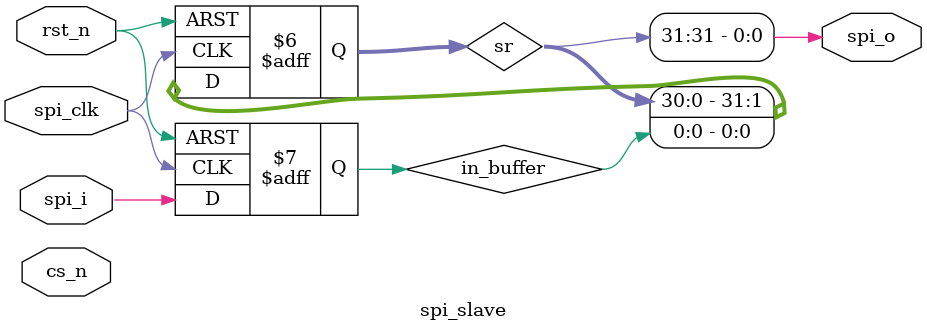
<source format=v>
`timescale 1ns / 1ps

module spi_slave(
    input  wire        spi_clk,
    input  wire        rst_n,
    input  wire        cs_n,
    input  wire        spi_i,
    
    output reg         spi_o
    );
    
    reg [31:0] sr;
    reg in_buffer;
    
    parameter sr_default = 'h1234abcd;
    
    always @(posedge spi_clk or negedge rst_n) begin
        if (!rst_n) begin
            in_buffer <= 1'b0;
        end
        else begin
            in_buffer <= spi_i;
        end
    end
    
    always @(negedge spi_clk or negedge rst_n) begin
        if (!rst_n) begin
            sr <= sr_default;
        end
        else sr <= {sr[30:0], in_buffer};
    end
    
    always @(*) begin
        spi_o = sr[31];
    end
    
endmodule

</source>
